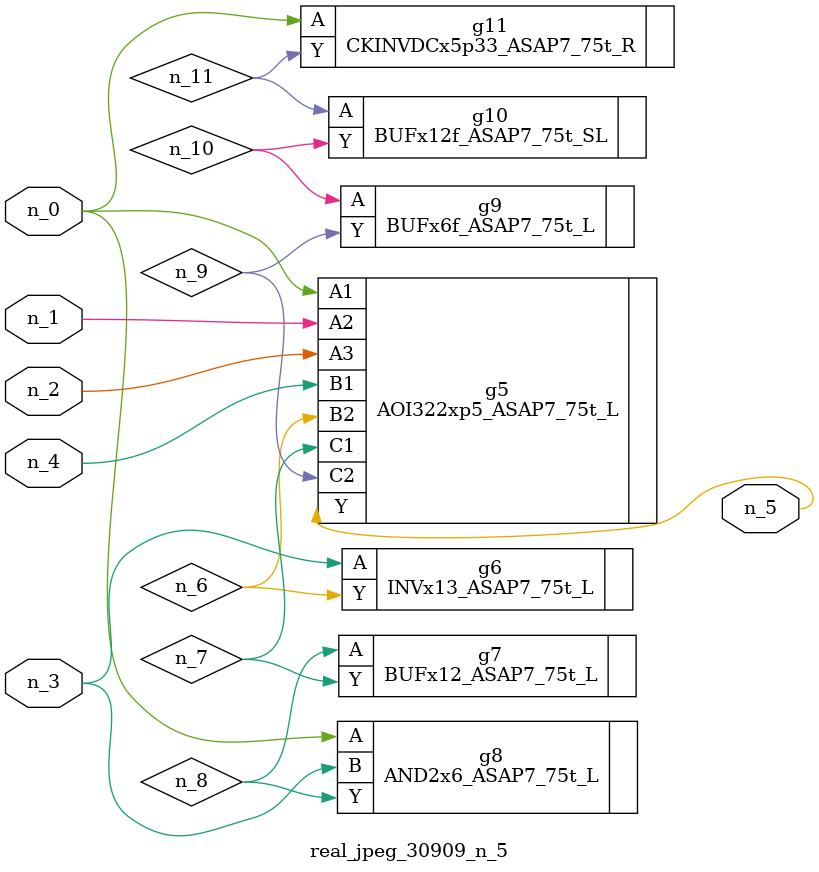
<source format=v>
module real_jpeg_30909_n_5 (n_4, n_0, n_1, n_2, n_3, n_5);

input n_4;
input n_0;
input n_1;
input n_2;
input n_3;

output n_5;

wire n_8;
wire n_11;
wire n_6;
wire n_7;
wire n_10;
wire n_9;

AOI322xp5_ASAP7_75t_L g5 ( 
.A1(n_0),
.A2(n_1),
.A3(n_2),
.B1(n_4),
.B2(n_6),
.C1(n_7),
.C2(n_9),
.Y(n_5)
);

AND2x6_ASAP7_75t_L g8 ( 
.A(n_0),
.B(n_3),
.Y(n_8)
);

CKINVDCx5p33_ASAP7_75t_R g11 ( 
.A(n_0),
.Y(n_11)
);

INVx13_ASAP7_75t_L g6 ( 
.A(n_3),
.Y(n_6)
);

BUFx12_ASAP7_75t_L g7 ( 
.A(n_8),
.Y(n_7)
);

BUFx6f_ASAP7_75t_L g9 ( 
.A(n_10),
.Y(n_9)
);

BUFx12f_ASAP7_75t_SL g10 ( 
.A(n_11),
.Y(n_10)
);


endmodule
</source>
